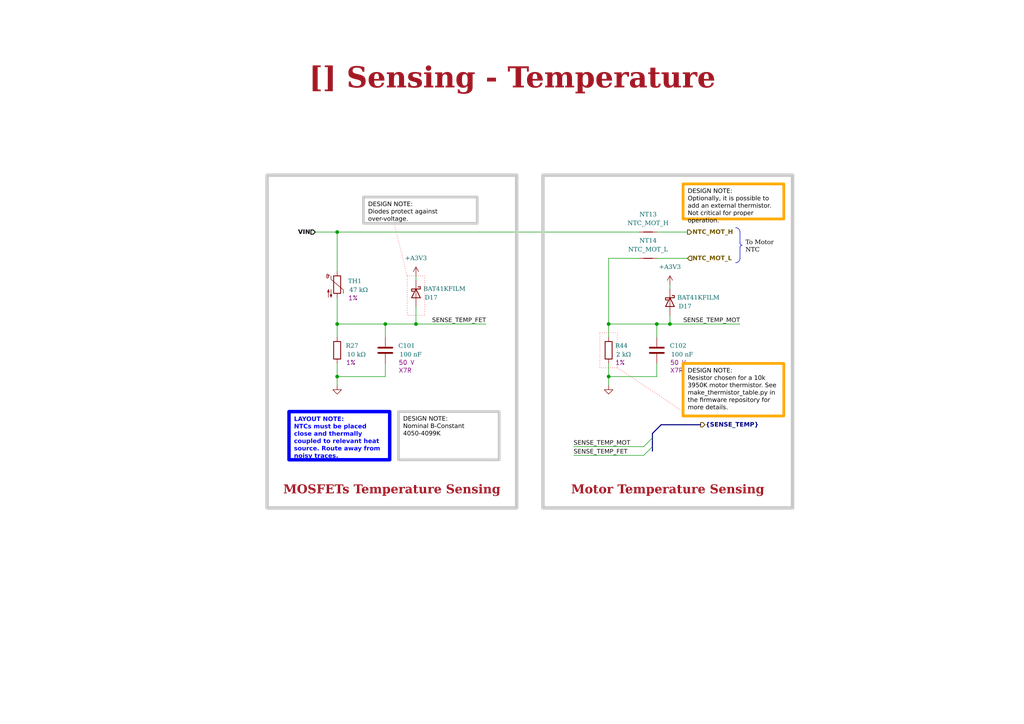
<source format=kicad_sch>
(kicad_sch (version 20231120) (generator "eeschema") (generator_version "8.0")
  (paper "A4")
  (title_block (title "Sensing - Temperature") (date "2024-04-13") (rev "${REVISION}") (company "${COMPANY}"))
  (lib_symbols
    (symbol "0_power_symbols:+A3V3" (power) (pin_names (offset 0))
      (property "Value" "+A3V3" (at 0 3.556 0))
      (symbol "+A3V3_0_1"
        (polyline (pts (xy -0.762 1.27) (xy 0 2.54)))
        (polyline (pts (xy 0 0) (xy 0 2.54)))
        (polyline (pts (xy 0 2.54) (xy 0.762 1.27)))
      )
      (symbol "+A3V3_1_1"
        (pin power_in line (at 0 0 90) (length 0) hide (name "+A3V3") (number "1"))
      )
    )
    (symbol "BAT41KFILM_1" (pin_numbers hide) (pin_names (offset 1.016) hide)
      (property "Reference" "D" (at 0 2.54 0))
      (property "Value" "BAT41KFILM" (at 0 -2.54 0))
      (symbol "BAT41KFILM_1_0_1"
        (polyline (pts (xy 1.27 0) (xy -1.27 0)))
        (polyline (pts (xy 1.27 1.27) (xy 1.27 -1.27) (xy -1.27 0) (xy 1.27 1.27)) (stroke (width 0.254)))
        (polyline (pts (xy -1.905 0.635) (xy -1.905 1.27) (xy -1.27 1.27) (xy -1.27 -1.27) (xy -0.635 -1.27) (xy -0.635 -0.635)) (stroke (width 0.254)))
      )
      (symbol "BAT41KFILM_1_1_1"
        (pin passive line (at -3.81 0 0) (length 2.54) (name "K") (number "1"))
        (pin passive line (at 3.81 0 180) (length 2.54) (name "A") (number "2"))
      )
    )
    (symbol "Device:C" (pin_numbers hide) (pin_names (offset 0.254))
      (property "Reference" "C" (at 0.635 2.54 0))
      (property "Value" "C" (at 0.635 -2.54 0))
      (symbol "C_0_1"
        (polyline (pts (xy -2.032 -0.762) (xy 2.032 -0.762)) (stroke (width 0.508)))
        (polyline (pts (xy -2.032 0.762) (xy 2.032 0.762)) (stroke (width 0.508)))
      )
      (symbol "C_1_1"
        (pin passive line (at 0 3.81 270) (length 2.794) (name "~") (number "1"))
        (pin passive line (at 0 -3.81 90) (length 2.794) (name "~") (number "2"))
      )
    )
    (symbol "Device:NetTie_2" (pin_numbers hide) (pin_names (offset 0) hide) (in_bom no)
      (property "Reference" "NT" (at 0 1.27 0))
      (property "Value" "NetTie_2" (at 0 -1.27 0))
      (symbol "NetTie_2_0_1"
        (polyline (pts (xy -1.27 0) (xy 1.27 0)) (stroke (width 0.254)))
      )
      (symbol "NetTie_2_1_1"
        (pin passive line (at -2.54 0 0) (length 2.54) (name "1") (number "1"))
        (pin passive line (at 2.54 0 180) (length 2.54) (name "2") (number "2"))
      )
    )
    (symbol "Device:R" (pin_numbers hide) (pin_names (offset 0))
      (property "Reference" "R" (at 2.032 0 90))
      (property "Value" "R" (at 0 0 90))
      (symbol "R_0_1"
        (rectangle (start -1.016 -2.54) (end 1.016 2.54) (stroke (width 0.254)))
      )
      (symbol "R_1_1"
        (pin passive line (at 0 3.81 270) (length 1.27) (name "~") (number "1"))
        (pin passive line (at 0 -3.81 90) (length 1.27) (name "~") (number "2"))
      )
    )
    (symbol "Device:Thermistor_NTC" (pin_numbers hide) (pin_names (offset 0))
      (property "Reference" "TH" (at -4.445 0 90))
      (property "Value" "Thermistor_NTC" (at 3.175 0 90))
      (symbol "Thermistor_NTC_0_1"
        (arc (start -3.048 2.159) (mid -3.0495 2.3143) (end -3.175 2.413))
        (arc (start -3.048 2.159) (mid -2.9736 1.9794) (end -2.794 1.905))
        (arc (start -3.048 2.794) (mid -2.9736 2.6144) (end -2.794 2.54))
        (arc (start -2.794 1.905) (mid -2.6144 1.9794) (end -2.54 2.159))
        (arc (start -2.794 2.54) (mid -2.4393 2.5587) (end -2.159 2.794))
        (arc (start -2.794 3.048) (mid -2.9736 2.9736) (end -3.048 2.794))
        (arc (start -2.54 2.794) (mid -2.6144 2.9736) (end -2.794 3.048))
        (rectangle (start -1.016 2.54) (end 1.016 -2.54) (stroke (width 0.254)))
        (polyline (pts (xy -2.54 2.159) (xy -2.54 2.794)))
        (polyline (pts (xy -1.778 2.54) (xy -1.778 1.524) (xy 1.778 -1.524) (xy 1.778 -2.54)))
        (polyline (pts (xy -2.54 -3.683) (xy -2.54 -1.397) (xy -2.794 -2.159) (xy -2.286 -2.159) (xy -2.54 -1.397) (xy -2.54 -1.651)) (fill (type outline)))
        (polyline (pts (xy -1.778 -1.397) (xy -1.778 -3.683) (xy -2.032 -2.921) (xy -1.524 -2.921) (xy -1.778 -3.683) (xy -1.778 -3.429)) (fill (type outline)))
      )
      (symbol "Thermistor_NTC_1_1"
        (pin passive line (at 0 3.81 270) (length 1.27) (name "~") (number "1"))
        (pin passive line (at 0 -3.81 90) (length 1.27) (name "~") (number "2"))
      )
    )
    (symbol "power:GND" (power) (pin_names (offset 0))
      (property "Value" "GND" (at 0 -3.81 0))
      (symbol "GND_0_1"
        (polyline (pts (xy 0 0) (xy 0 -1.27) (xy 1.27 -1.27) (xy 0 -2.54) (xy -1.27 -1.27) (xy 0 -1.27)))
      )
      (symbol "GND_1_1"
        (pin power_in line (at 0 0 270) (length 0) hide (name "GND") (number "1"))
      )
    )
  )
  (junction (at 194.31 93.98))
  (junction (at 97.79 67.31))
  (junction (at 120.65 93.98))
  (junction (at 97.79 93.98))
  (junction (at 176.53 93.98))
  (junction (at 190.5 93.98))
  (junction (at 97.79 109.22))
  (junction (at 176.53 109.22))
  (junction (at 111.76 93.98))
  (bus_entry (at 186.69 129.54) (size 2.54 -2.54))
  (bus_entry (at 186.69 132.08) (size 2.54 -2.54))
  (wire (pts (xy 97.79 67.31) (xy 185.42 67.31)))
  (wire (pts (xy 190.5 67.31) (xy 199.39 67.31)))
  (wire (pts (xy 176.53 109.22) (xy 190.5 109.22)))
  (wire (pts (xy 120.65 80.01) (xy 120.65 81.28)))
  (wire (pts (xy 97.79 109.22) (xy 111.76 109.22)))
  (wire (pts (xy 97.79 93.98) (xy 97.79 97.79)))
  (wire (pts (xy 97.79 67.31) (xy 97.79 78.74)))
  (wire (pts (xy 97.79 105.41) (xy 97.79 109.22)))
  (wire (pts (xy 97.79 111.76) (xy 97.79 109.22)))
  (wire (pts (xy 111.76 93.98) (xy 120.65 93.98)))
  (wire (pts (xy 176.53 93.98) (xy 176.53 97.79)))
  (wire (pts (xy 185.42 74.93) (xy 176.53 74.93)))
  (wire (pts (xy 176.53 93.98) (xy 190.5 93.98)))
  (wire (pts (xy 190.5 105.41) (xy 190.5 109.22)))
  (wire (pts (xy 111.76 93.98) (xy 111.76 97.79)))
  (bus (pts (xy 191.77 123.19) (xy 203.2 123.19)))
  (wire (pts (xy 120.65 93.98) (xy 140.97 93.98)))
  (polyline (pts (xy 114.3 64.77) (xy 118.11 80.01)) (stroke (width 0) (type dot) (color 255 0 0 1)))
  (wire (pts (xy 97.79 86.36) (xy 97.79 93.98)))
  (wire (pts (xy 199.39 74.93) (xy 190.5 74.93)))
  (wire (pts (xy 120.65 88.9) (xy 120.65 93.98)))
  (bus (pts (xy 189.23 127) (xy 189.23 129.54)))
  (bus (pts (xy 189.23 129.54) (xy 189.23 130.81)))
  (wire (pts (xy 194.31 91.44) (xy 194.31 93.98)))
  (wire (pts (xy 190.5 93.98) (xy 194.31 93.98)))
  (polyline (pts (xy 214.63 70.485) (xy 214.63 67.31)))
  (wire (pts (xy 97.79 93.98) (xy 111.76 93.98)))
  (wire (pts (xy 194.31 82.55) (xy 194.31 83.82)))
  (bus (pts (xy 189.23 125.73) (xy 191.77 123.19)))
  (polyline (pts (xy 179.07 106.68) (xy 198.12 119.38)) (stroke (width 0) (type dot) (color 255 0 0 1)))
  (wire (pts (xy 176.53 111.76) (xy 176.53 109.22)))
  (wire (pts (xy 190.5 93.98) (xy 190.5 97.79)))
  (wire (pts (xy 111.76 105.41) (xy 111.76 109.22)))
  (wire (pts (xy 194.31 93.98) (xy 214.63 93.98)))
  (polyline (pts (xy 214.625 71.76) (xy 214.625 74.935)))
  (bus (pts (xy 189.23 125.73) (xy 189.23 127)))
  (wire (pts (xy 176.53 74.93) (xy 176.53 93.98)))
  (wire (pts (xy 176.53 105.41) (xy 176.53 109.22)))
  (wire (pts (xy 166.37 129.54) (xy 186.69 129.54)))
  (wire (pts (xy 91.44 67.31) (xy 97.79 67.31)))
  (wire (pts (xy 166.37 132.08) (xy 186.69 132.08)))
  (arc (start 215.26 71.125) (mid 214.811 70.939) (end 214.625 70.49))
  (arc (start 214.625 71.76) (mid 214.811 71.311) (end 215.26 71.125))
  (arc (start 214.625 74.935) (mid 214.253 75.833) (end 213.355 76.205))
  (arc (start 213.36 66.04) (mid 214.2566 66.4134) (end 214.63 67.31))
  (rectangle (start 118.11 80.01) (end 123.19 91.44) (stroke (width 0) (type dot) (color 255 0 0 1)))
  (rectangle (start 77.47 50.8) (end 149.86 147.32) (stroke (width 1) (color 200 200 200 1)))
  (rectangle (start 157.48 50.8) (end 229.87 147.32) (stroke (width 1) (color 200 200 200 1)))
  (rectangle (start 173.99 96.52) (end 179.07 106.68) (stroke (width 0) (type dot) (color 255 0 0 1)))
  (text_box "LAYOUT NOTE:\nNTCs must be placed close and thermally coupled to relevant heat source. Route away from noisy traces." (at 83.82 119.38 0) (size 29.21 13.97) (stroke (width 1) (color 0 0 255 1)) (effects (font (size 1.27 1.27) (thickness 0.4) (bold yes)) (justify left top)))
  (text_box "MOSFETs Temperature Sensing" (at 78.74 135.89 0) (size 69.85 9.525) (stroke (width -0.0001)) (effects (font (size 2.54 2.54) (thickness 0.508) (bold yes)) (justify bottom)))
  (text_box "Motor Temperature Sensing" (at 158.75 135.89 0) (size 69.85 9.525) (stroke (width -0.0001)) (effects (font (size 2.54 2.54) (thickness 0.508) (bold yes)) (justify bottom)))
  (text_box "[${#}] ${TITLE}" (at 80.01 16.51 0) (size 137.16 12.7) (stroke (width -0.0001)) (effects (font (size 6 6) (thickness 1.2) (bold yes))))
  (text_box "To Motor NTC" (at 215.265 68.58 0) (size 13.335 5.08) (stroke (width -0.0001)) (effects (font (size 1.27 1.27)) (justify left top)))
  (text_box "DESIGN NOTE:\nOptionally, it is possible to add an external thermistor. Not critical for proper operation." (at 198.12 53.34 0) (size 29.21 10.16) (stroke (width 0.8) (color 255 165 0 1)) (effects (font (size 1.27 1.27)) (justify left top)))
  (text_box "DESIGN NOTE:\nDiodes protect against over-voltage." (at 105.41 57.15 0) (size 33.02 7.62) (stroke (width 0.8) (color 200 200 200 1)) (effects (font (size 1.27 1.27)) (justify left top)))
  (text_box "DESIGN NOTE:\nNominal B-Constant 4050-4099K" (at 115.57 119.38 0) (size 29.21 13.97) (stroke (width 0.8) (color 200 200 200 1)) (effects (font (size 1.27 1.27)) (justify left top)))
  (text_box "DESIGN NOTE:\nResistor chosen for a 10k 3950K motor thermistor. See make_thermistor_table.py in the firmware repository for more details." (at 198.12 105.41 0) (size 29.21 15.24) (stroke (width 0.8) (color 255 165 0 1)) (effects (font (size 1.27 1.27)) (justify left top)))
  (label "SENSE_TEMP_MOT" (at 214.63 93.98 180))
  (label "SENSE_TEMP_FET" (at 166.37 132.08 0))
  (label "SENSE_TEMP_MOT" (at 166.37 129.54 0))
  (label "SENSE_TEMP_FET" (at 140.97 93.98 180))
  (hierarchical_label "VIN" (shape input) (at 91.44 67.31 180) (effects (font (bold yes))))
  (hierarchical_label "NTC_MOT_H" (shape output) (at 199.39 67.31 0) (effects (font (bold yes))))
  (hierarchical_label "{SENSE_TEMP}" (shape output) (at 203.2 123.19 0) (effects (font (bold yes))))
  (hierarchical_label "NTC_MOT_L" (shape input) (at 199.39 74.93 0) (effects (font (bold yes))))
  (symbol (lib_id "Device:NetTie_2") (at 187.96 67.31 0) (unit 1) (in_bom no)
    (property "Reference" "NT13" (at 187.96 62.23 0))
    (property "Value" "NTC_MOT_H" (at 187.96 64.77 0))
    (property "Footprint" "0_net_tie:NetTie-2_SMD_Pad0.2mm" (effects (hide yes)))
  )
  (symbol (lib_id "power:GND") (at 176.53 111.76 0) (unit 1)
    (property "Reference" "#PWR044" (effects (hide yes)))
    (property "Value" "GND" (effects (hide yes)))
  )
  (symbol (lib_id "Device:R") (at 97.79 101.6 0) (unit 1)
    (property "Reference" "R27" (at 100.33 100.33 0) (effects (justify left)))
    (property "Value" "10 kΩ" (at 100.33 102.87 0) (effects (justify left)))
    (property "Footprint" "0_resistor_smd:R_0402_1005_DensityHigh" (effects (hide yes)))
    (property "Datasheet" "https://www.yageo.com/upload/media/product/app/datasheet/rchip/pyu-rt_1-to-0.01_rohs_l.pdf" (effects (hide yes)))
    (property "Description" "10 kOhms ±1% 0.063W, 1/16W Chip Resistor 0402 (1005 Metric) Thin Film" (effects (hide yes)))
    (property "Supplier 1" "Digikey" (effects (hide yes)))
    (property "Supplier Part Number 1" "YAG1233CT-ND" (effects (hide yes)))
    (property "manf" "YAGEO" (effects (hide yes)))
    (property "manf#" "RT0402FRE0710KL" (effects (hide yes)))
    (property "Manufacturer" "YAGEO" (effects (hide yes)))
    (property "Manufacturer Part Number" "RT0402FRE0710KL" (effects (hide yes)))
    (property "tolerance" "1%" (at 100.33 105.156 0) (effects (justify left)))
  )
  (symbol (lib_id "0_power_symbols:+A3V3") (at 194.31 82.55 0) (unit 1)
    (property "Reference" "#PWR045" (effects (hide yes)))
    (property "Value" "+A3V3" (at 194.31 77.47 0))
    (instances (project "pcb2blender_tmp" (path "" (reference "#PWR06") (unit 1)) (path "" (reference "#PWR045") (unit 1))))
  )
  (symbol (lib_id "Device:R") (at 176.53 101.6 0) (unit 1)
    (property "Reference" "R28" (at 178.435 100.33 0) (effects (justify left)))
    (property "Value" "2 kΩ" (at 178.435 102.87 0) (effects (justify left)))
    (property "Footprint" "0_resistor_smd:R_0402_1005_DensityHigh" (effects (hide yes)))
    (property "Description" "2 kOhms ±1% 0.1W, 1/10W Chip Resistor 0402 (1005 Metric) Automotive AEC-Q200 Thick Film" (effects (hide yes)))
    (property "Supplier 1" "Digikey" (effects (hide yes)))
    (property "Supplier Part Number 1" "P2.00KLCT-ND" (effects (hide yes)))
    (property "manf" "Vishay" (effects (hide yes)))
    (property "manf#" "ERJ-2RKF2001X" (effects (hide yes)))
    (property "Manufacturer" "Vishay" (effects (hide yes)))
    (property "Manufacturer Part Number" "ERJ-2RKF2001X" (effects (hide yes)))
    (property "tolerance" "1%" (at 178.435 105.156 0) (effects (justify left)))
    (instances (project "pcb2blender_tmp" (path "" (reference "R44") (unit 1)) (path "" (reference "R28") (unit 1))))
  )
  (symbol (lib_id "Device:C") (at 111.76 101.6 0) (unit 1)
    (property "Reference" "C101" (at 115.57 100.33 0) (effects (justify left)))
    (property "Value" "100 nF" (at 115.57 102.87 0) (effects (justify left)))
    (property "Footprint" "0_capacitor_smd:C_0402_1005_DensityHigh" (effects (hide yes)))
    (property "Datasheet" "https://search.murata.co.jp/Ceramy/image/img/A01X/G101/ENG/GCM155R71H104KE02-01.pdf" (effects (hide yes)))
    (property "Description" "0.1 µF ±10% 50V Ceramic Capacitor X7R 0402 (1005 Metric)" (effects (hide yes)))
    (property "Supplier 1" "Digikey" (effects (hide yes)))
    (property "Supplier Part Number 1" "490-14514-1-ND" (effects (hide yes)))
    (property "manf" "Murata Electronics" (effects (hide yes)))
    (property "manf#" "GCM155R71H104KE02J" (effects (hide yes)))
    (property "Manufacturer" "Murata Electronics" (effects (hide yes)))
    (property "Manufacturer Part Number" "GCM155R71H104KE02J" (effects (hide yes)))
    (property "voltage" "50 V" (at 115.57 105.156 0) (effects (justify left)))
    (property "temp_coef" "X7R" (at 115.57 107.44200000000001 0) (effects (justify left)))
  )
  (symbol (lib_name "BAT41KFILM_1") (lib_id "0_diode:BAT41KFILM") (at 194.31 87.63 270) (unit 1)
    (property "Reference" "D15" (at 196.85 88.9 90) (effects (justify left)))
    (property "Value" "BAT41KFILM" (at 196.85 86.36 90) (effects (justify left)))
    (property "Footprint" "0_diode_smd:D_SOD-523" (effects (hide yes)))
    (property "Datasheet" "https://www.st.com/content/ccc/resource/technical/document/datasheet/5b/cd/d8/0a/45/56/41/6c/CD00130227.pdf/files/CD00130227.pdf/jcr:content/translations/en.CD00130227.pdf" (effects (hide yes)))
    (property "Description" "Diode 100 V 200mA Surface Mount SOD-523" (effects (hide yes)))
    (property "Supplier 1" "Digikey" (effects (hide yes)))
    (property "Supplier Part Number 1" "497-5556-1-ND" (effects (hide yes)))
    (property "manf" "STMicroelectronics" (effects (hide yes)))
    (property "manf#" "BAT41KFILM" (effects (hide yes)))
    (property "Manufacturer" "STMicroelectronics" (effects (hide yes)))
    (property "Manufacturer Part Number" "BAT41KFILM" (effects (hide yes)))
    (instances (project "pcb2blender_tmp" (path "" (reference "D17") (unit 1)) (path "" (reference "D15") (unit 1))))
  )
  (symbol (lib_id "power:GND") (at 97.79 111.76 0) (unit 1)
    (property "Reference" "#PWR042" (effects (hide yes)))
    (property "Value" "GND" (effects (hide yes)))
  )
  (symbol (lib_name "BAT41KFILM_1") (lib_id "0_diode:BAT41KFILM") (at 120.65 85.09 270) (unit 1)
    (property "Reference" "D14" (at 123.19 86.36 90) (effects (justify left)))
    (property "Value" "BAT41KFILM" (at 123.19 83.82 90) (effects (justify left)))
    (property "Footprint" "0_diode_smd:D_SOD-523" (effects (hide yes)))
    (property "Datasheet" "https://www.st.com/content/ccc/resource/technical/document/datasheet/5b/cd/d8/0a/45/56/41/6c/CD00130227.pdf/files/CD00130227.pdf/jcr:content/translations/en.CD00130227.pdf" (effects (hide yes)))
    (property "Description" "Diode 100 V 200mA Surface Mount SOD-523" (effects (hide yes)))
    (property "Supplier 1" "Digikey" (effects (hide yes)))
    (property "Supplier Part Number 1" "497-5556-1-ND" (effects (hide yes)))
    (property "manf" "STMicroelectronics" (effects (hide yes)))
    (property "manf#" "BAT41KFILM" (effects (hide yes)))
    (property "Manufacturer" "STMicroelectronics" (effects (hide yes)))
    (property "Manufacturer Part Number" "BAT41KFILM" (effects (hide yes)))
    (instances (project "pcb2blender_tmp" (path "" (reference "D17") (unit 1)) (path "" (reference "D14") (unit 1))))
  )
  (symbol (lib_id "Device:Thermistor_NTC") (at 97.79 82.55 0) (unit 1)
    (property "Reference" "TH1" (at 100.965 81.5975 0) (effects (justify left)))
    (property "Value" "47 kΩ" (at 100.965 84.1375 0) (effects (justify left)))
    (property "Footprint" "0_resistor_smd:R_0402_1005_DensityHigh" (effects (hide yes)))
    (property "Datasheet" "https://www.murata.com/~/media/webrenewal/support/library/catalog/products/thermistor/r01e.ashx" (effects (hide yes)))
    (property "Description" "NTC Thermistor 47k 4050K 0402 (1005 Metric)" (effects (hide yes)))
    (property "Supplier 1" "Digikey" (effects (hide yes)))
    (property "Supplier Part Number 1" "490-4802-1-ND" (effects (hide yes)))
    (property "manf" "Murata Electronics" (effects (hide yes)))
    (property "manf#" "NCP15WB473F03RC" (effects (hide yes)))
    (property "Manufacturer" "Murata Electronics" (effects (hide yes)))
    (property "Manufacturer Part Number" "NCP15WB473F03RC" (effects (hide yes)))
    (property "tolerance" "1%" (at 100.965 86.4235 0) (effects (justify left)))
  )
  (symbol (lib_id "0_power_symbols:+A3V3") (at 120.65 80.01 0) (unit 1)
    (property "Reference" "#PWR043" (effects (hide yes)))
    (property "Value" "+A3V3" (at 120.65 74.93 0))
    (instances (project "pcb2blender_tmp" (path "" (reference "#PWR06") (unit 1)) (path "" (reference "#PWR043") (unit 1))))
  )
  (symbol (lib_id "Device:NetTie_2") (at 187.96 74.93 0) (unit 1) (in_bom no)
    (property "Reference" "NT14" (at 187.96 69.85 0))
    (property "Value" "NTC_MOT_L" (at 187.96 72.39 0))
    (property "Footprint" "0_net_tie:NetTie-2_SMD_Pad0.2mm" (effects (hide yes)))
  )
  (symbol (lib_id "Device:C") (at 190.5 101.6 0) (unit 1)
    (property "Reference" "C102" (at 194.31 100.33 0) (effects (justify left)))
    (property "Value" "100 nF" (at 194.31 102.87 0) (effects (justify left)))
    (property "Footprint" "0_capacitor_smd:C_0402_1005_DensityHigh" (effects (hide yes)))
    (property "Datasheet" "https://search.murata.co.jp/Ceramy/image/img/A01X/G101/ENG/GCM155R71H104KE02-01.pdf" (effects (hide yes)))
    (property "Description" "0.1 µF ±10% 50V Ceramic Capacitor X7R 0402 (1005 Metric)" (effects (hide yes)))
    (property "Supplier 1" "Digikey" (effects (hide yes)))
    (property "Supplier Part Number 1" "490-14514-1-ND" (effects (hide yes)))
    (property "manf" "Murata Electronics" (effects (hide yes)))
    (property "manf#" "GCM155R71H104KE02J" (effects (hide yes)))
    (property "Manufacturer" "Murata Electronics" (effects (hide yes)))
    (property "Manufacturer Part Number" "GCM155R71H104KE02J" (effects (hide yes)))
    (property "voltage" "50 V" (at 194.31 105.156 0) (effects (justify left)))
    (property "temp_coef" "X7R" (at 194.31 107.44200000000001 0) (effects (justify left)))
  )
)
</source>
